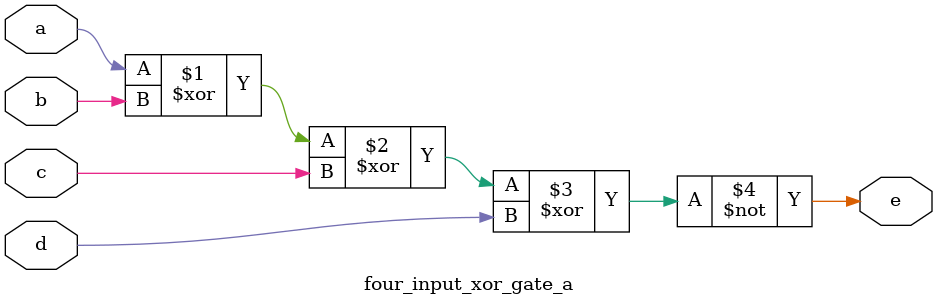
<source format=v>
`timescale 1ns / 1ps


module four_input_xor_gate_a(
    input a,b,c,d,
    output e
    );
    
     assign e = ~(a^b^c^d);
endmodule

</source>
